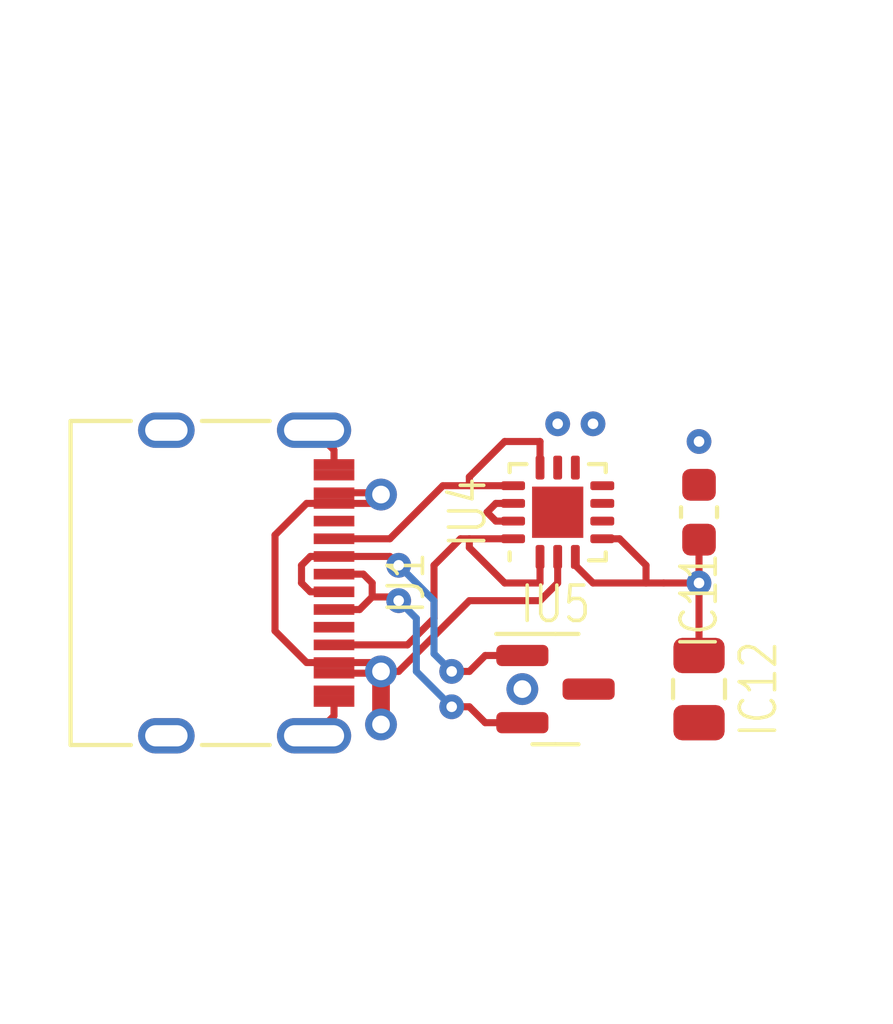
<source format=kicad_pcb>
(kicad_pcb (version 20221018) (generator pcbnew)
  (layers (0 "F.Cu" signal "Front") (31 "B.Cu" signal "Back") (34 "B.Paste" user) (35 "F.Paste" user) (36 "B.SilkS" user "B.Silkscreen") (37 "F.SilkS" user "F.Silkscreen") (38 "B.Mask" user) (39 "F.Mask" user) (44 "Edge.Cuts" user))
  (net 0 "")
  (net 1 "Ivusb")
  (net 2 "Ignd")
  (net 3 "Iv3v3")
  (net 4 "Ii2c_pull.i2c.scl")
  (net 5 "Ii2c_pull.i2c.sda")
  (net 6 "Ipd.int")
  (net 7 "Iusb_chain_0.d_N")
  (net 8 "Iusb_chain_0.d_P")
  (net 9 "Iusb.B5")
  (net 10 "Iusb.A5")
  (net 11 "Ipd.ic.vconn")
  (footprint "Capacitor_SMD:C_0603_1608Metric" (layer "F.Cu") (at 144 68 90)
    (fp_text reference "IC11" (at -2.5 0 90) (layer "F.SilkS") (effects (font (size 1 0.8) (thickness 0.1))))
    (fp_text value "")
    (fp_line (start -0.14058 -0.51) (end 0.14058 -0.51) (stroke (width 0.12)) (layer "F.SilkS"))
    (fp_line (start -0.14058 0.51) (end 0.14058 0.51) (stroke (width 0.12)) (layer "F.SilkS"))
    (pad "1" smd roundrect (at -0.775 0 90) (size 0.9 0.95) (layers "F.Cu" "F.Paste" "F.Mask") (net 3 "Iv3v3"))
    (pad "2" smd roundrect (at 0.775 0 90) (size 0.9 0.95) (layers "F.Cu" "F.Paste" "F.Mask") (net 2 "Ignd"))
  )
  (footprint "Package_TO_SOT_SMD:SOT-23" (layer "F.Cu") (at 139.9375 73)
    (fp_text reference "IU5" (at 0 -2.4) (layer "F.SilkS") (effects (font (size 1 0.8) (thickness 0.1))))
    (fp_text value "PESD5V0X1BT (Nexperia)")
    (fp_line (start 0 -1.56) (end -1.675 -1.56) (stroke (width 0.12)) (layer "F.SilkS"))
    (fp_line (start 0 -1.56) (end 0.65 -1.56) (stroke (width 0.12)) (layer "F.SilkS"))
    (fp_line (start 0 1.56) (end -0.65 1.56) (stroke (width 0.12)) (layer "F.SilkS"))
    (fp_line (start 0 1.56) (end 0.65 1.56) (stroke (width 0.12)) (layer "F.SilkS"))
    (pad "1" smd roundrect (at -0.9375 -0.95) (size 1.475 0.6) (layers "F.Cu" "F.Paste" "F.Mask") (net 7 "Iusb_chain_0.d_N"))
    (pad "2" smd roundrect (at -0.9375 0.95) (size 1.475 0.6) (layers "F.Cu" "F.Paste" "F.Mask") (net 8 "Iusb_chain_0.d_P"))
    (pad "3" smd roundrect (at 0.9375 0) (size 1.475 0.6) (layers "F.Cu" "F.Paste" "F.Mask") (net 2 "Ignd"))
  )
  (footprint "Package_DFN_QFN:WQFN-14-1EP_2.5x2.5mm_P0.5mm_EP1.45x1.45mm" (layer "F.Cu") (at 140 68 90)
    (fp_text reference "IU4" (at 0 -2.55 90) (layer "F.SilkS") (effects (font (size 1 0.8) (thickness 0.1))))
    (fp_text value "FUSB302B11MPX (ON Semiconductor)")
    (fp_line (start -1.36 1.36) (end -1.36 0.885) (stroke (width 0.12)) (layer "F.SilkS"))
    (fp_line (start -1.135 -1.36) (end -1.36 -1.36) (stroke (width 0.12)) (layer "F.SilkS"))
    (fp_line (start -1.135 1.36) (end -1.36 1.36) (stroke (width 0.12)) (layer "F.SilkS"))
    (fp_line (start 1.135 -1.36) (end 1.36 -1.36) (stroke (width 0.12)) (layer "F.SilkS"))
    (fp_line (start 1.135 1.36) (end 1.36 1.36) (stroke (width 0.12)) (layer "F.SilkS"))
    (fp_line (start 1.36 -1.36) (end 1.36 -0.885) (stroke (width 0.12)) (layer "F.SilkS"))
    (fp_line (start 1.36 1.36) (end 1.36 0.885) (stroke (width 0.12)) (layer "F.SilkS"))
    (pad "1" smd roundrect (at -1.2625 -0.5 90) (size 0.675 0.25) (layers "F.Cu" "F.Paste" "F.Mask") (net 9 "Iusb.B5"))
    (pad "2" smd roundrect (at -1.2625 0 90) (size 0.675 0.25) (layers "F.Cu" "F.Paste" "F.Mask") (net 1 "Ivusb"))
    (pad "3" smd roundrect (at -1.2625 0.5 90) (size 0.675 0.25) (layers "F.Cu" "F.Paste" "F.Mask") (net 3 "Iv3v3"))
    (pad "4" smd roundrect (at -0.75 1.2625 90) (size 0.25 0.675) (layers "F.Cu" "F.Paste" "F.Mask") (net 3 "Iv3v3"))
    (pad "5" smd roundrect (at -0.25 1.2625 90) (size 0.25 0.675) (layers "F.Cu" "F.Paste" "F.Mask") (net 6 "Ipd.int"))
    (pad "6" smd roundrect (at 0.25 1.2625 90) (size 0.25 0.675) (layers "F.Cu" "F.Paste" "F.Mask") (net 4 "Ii2c_pull.i2c.scl"))
    (pad "7" smd roundrect (at 0.75 1.2625 90) (size 0.25 0.675) (layers "F.Cu" "F.Paste" "F.Mask") (net 5 "Ii2c_pull.i2c.sda"))
    (pad "8" smd roundrect (at 1.2625 0.5 90) (size 0.675 0.25) (layers "F.Cu" "F.Paste" "F.Mask") (net 2 "Ignd"))
    (pad "9" smd roundrect (at 1.2625 0 90) (size 0.675 0.25) (layers "F.Cu" "F.Paste" "F.Mask") (net 2 "Ignd"))
    (pad "10" smd roundrect (at 1.2625 -0.5 90) (size 0.675 0.25) (layers "F.Cu" "F.Paste" "F.Mask") (net 10 "Iusb.A5"))
    (pad "11" smd roundrect (at 0.75 -1.2625 90) (size 0.25 0.675) (layers "F.Cu" "F.Paste" "F.Mask") (net 10 "Iusb.A5"))
    (pad "12" smd roundrect (at 0.25 -1.2625 90) (size 0.25 0.675) (layers "F.Cu" "F.Paste" "F.Mask") (net 11 "Ipd.ic.vconn"))
    (pad "13" smd roundrect (at -0.25 -1.2625 90) (size 0.25 0.675) (layers "F.Cu" "F.Paste" "F.Mask") (net 11 "Ipd.ic.vconn"))
    (pad "14" smd roundrect (at -0.75 -1.2625 90) (size 0.25 0.675) (layers "F.Cu" "F.Paste" "F.Mask") (net 9 "Iusb.B5"))
    (pad "15" smd rect (at 0 0 90) (size 1.45 1.45) (layers "F.Cu" "F.Mask") (net 2 "Ignd"))
  )
  (footprint "Capacitor_SMD:C_0805_2012Metric" (layer "F.Cu") (at 144 73 -90)
    (fp_text reference "IC12" (at 0 -1.68 90) (layer "F.SilkS") (effects (font (size 1 0.8) (thickness 0.1))))
    (fp_text value "")
    (fp_line (start -0.261252 -0.735) (end 0.261252 -0.735) (stroke (width 0.12)) (layer "F.SilkS"))
    (fp_line (start -0.261252 0.735) (end 0.261252 0.735) (stroke (width 0.12)) (layer "F.SilkS"))
    (pad "1" smd roundrect (at -0.95 0 270) (size 1 1.45) (layers "F.Cu" "F.Paste" "F.Mask") (net 3 "Iv3v3"))
    (pad "2" smd roundrect (at 0.95 0 270) (size 1 1.45) (layers "F.Cu" "F.Paste" "F.Mask") (net 2 "Ignd"))
  )
  (footprint "Connector_USB:USB_C_Receptacle_XKB_U262-16XN-4BVC11" (layer "F.Cu") (at 130 70 -90)
    (fp_text reference "IJ1" (at 0 -5.715 90) (layer "F.SilkS") (effects (font (size 1 0.8) (thickness 0.1))))
    (fp_text value "COM-15111 (Sparkfun)")
    (fp_line (start -4.58 -1.85) (end -4.58 0.07) (stroke (width 0.12)) (layer "F.SilkS"))
    (fp_line (start -4.58 3.785) (end -4.58 2.08) (stroke (width 0.12)) (layer "F.SilkS"))
    (fp_line (start 4.58 0.07) (end 4.58 -1.85) (stroke (width 0.12)) (layer "F.SilkS"))
    (fp_line (start 4.58 2.08) (end 4.58 3.785) (stroke (width 0.12)) (layer "F.SilkS"))
    (fp_line (start 4.58 3.785) (end -4.58 3.785) (stroke (width 0.12)) (layer "F.SilkS"))
    (pad "" np_thru_hole circle (at -2.89 -2.605 270) (size 0.65 0.65) (drill 0.65) (layers "*.Cu" "*.Mask"))
    (pad "" np_thru_hole circle (at 2.89 -2.605 270) (size 0.65 0.65) (drill 0.65) (layers "*.Cu" "*.Mask"))
    (pad "A1" smd rect (at -3.35 -3.67 270) (size 0.3 1.15) (layers "F.Cu" "F.Paste" "F.Mask") (net 2 "Ignd"))
    (pad "A4" smd rect (at -2.55 -3.67 270) (size 0.3 1.15) (layers "F.Cu" "F.Paste" "F.Mask") (net 1 "Ivusb"))
    (pad "A5" smd rect (at -1.25 -3.67 270) (size 0.3 1.15) (layers "F.Cu" "F.Paste" "F.Mask") (net 10 "Iusb.A5"))
    (pad "A6" smd rect (at -0.25 -3.67 270) (size 0.3 1.15) (layers "F.Cu" "F.Paste" "F.Mask") (net 8 "Iusb_chain_0.d_P"))
    (pad "A7" smd rect (at 0.25 -3.67 270) (size 0.3 1.15) (layers "F.Cu" "F.Paste" "F.Mask") (net 7 "Iusb_chain_0.d_N"))
    (pad "A8" smd rect (at 1.25 -3.67 270) (size 0.3 1.15) (layers "F.Cu" "F.Paste" "F.Mask"))
    (pad "A9" smd rect (at 2.55 -3.67 270) (size 0.3 1.15) (layers "F.Cu" "F.Paste" "F.Mask") (net 1 "Ivusb"))
    (pad "A12" smd rect (at 3.35 -3.67 270) (size 0.3 1.15) (layers "F.Cu" "F.Paste" "F.Mask") (net 2 "Ignd"))
    (pad "B1" smd rect (at 3.05 -3.67 270) (size 0.3 1.15) (layers "F.Cu" "F.Paste" "F.Mask") (net 2 "Ignd"))
    (pad "B4" smd rect (at 2.25 -3.67 270) (size 0.3 1.15) (layers "F.Cu" "F.Paste" "F.Mask") (net 1 "Ivusb"))
    (pad "B5" smd rect (at 1.75 -3.67 270) (size 0.3 1.15) (layers "F.Cu" "F.Paste" "F.Mask") (net 9 "Iusb.B5"))
    (pad "B6" smd rect (at 0.75 -3.67 270) (size 0.3 1.15) (layers "F.Cu" "F.Paste" "F.Mask") (net 8 "Iusb_chain_0.d_P"))
    (pad "B7" smd rect (at -0.75 -3.67 270) (size 0.3 1.15) (layers "F.Cu" "F.Paste" "F.Mask") (net 7 "Iusb_chain_0.d_N"))
    (pad "B8" smd rect (at -1.75 -3.67 270) (size 0.3 1.15) (layers "F.Cu" "F.Paste" "F.Mask"))
    (pad "B9" smd rect (at -2.25 -3.67 270) (size 0.3 1.15) (layers "F.Cu" "F.Paste" "F.Mask") (net 1 "Ivusb"))
    (pad "B12" smd rect (at -3.05 -3.67 270) (size 0.3 1.15) (layers "F.Cu" "F.Paste" "F.Mask") (net 2 "Ignd"))
    (pad "S1" thru_hole oval (at -4.32 -3.105 270) (size 1 2.1) (drill oval 0.6 1.7) (layers "*.Cu" "*.Mask") (net 2 "Ignd"))
    (pad "S1" thru_hole oval (at -4.32 1.075 270) (size 1 1.6) (drill oval 0.6 1.2) (layers "*.Cu" "*.Mask") (net 2 "Ignd"))
    (pad "S1" thru_hole oval (at 4.32 -3.105 270) (size 1 2.1) (drill oval 0.6 1.7) (layers "*.Cu" "*.Mask") (net 2 "Ignd"))
    (pad "S1" thru_hole oval (at 4.32 1.075 270) (size 1 1.6) (drill oval 0.6 1.2) (layers "*.Cu" "*.Mask") (net 2 "Ignd"))
  )
  (segment (start 132.895 72.25) (end 132 71.355) (width 0.2) (layer "F.Cu") (net 1))
  (segment (start 140 69.2625) (end 140 70) (width 0.2) (layer "F.Cu") (net 1))
  (segment (start 134.75 72.25) (end 135 72.5) (width 0.2) (layer "F.Cu") (net 1))
  (segment (start 137.5 70.5) (end 135.5 72.5) (width 0.2) (layer "F.Cu") (net 1))
  (segment (start 135 72.5) (end 135 74) (width 0.5) (layer "F.Cu") (net 1))
  (segment (start 134.75 67.75) (end 135 67.5) (width 0.2) (layer "F.Cu") (net 1))
  (segment (start 134.95 67.45) (end 135 67.5) (width 0.2) (layer "F.Cu") (net 1))
  (segment (start 133.67 72.55) (end 134.95 72.55) (width 0.2) (layer "F.Cu") (net 1))
  (segment (start 133.67 67.45) (end 134.95 67.45) (width 0.2) (layer "F.Cu") (net 1))
  (segment (start 132 71.355) (end 132 68.645) (width 0.2) (layer "F.Cu") (net 1))
  (segment (start 134.95 72.55) (end 135 72.5) (width 0.2) (layer "F.Cu") (net 1))
  (segment (start 139.5 70.5) (end 140 70) (width 0.2) (layer "F.Cu") (net 1))
  (segment (start 139.5 70.5) (end 137.5 70.5) (width 0.2) (layer "F.Cu") (net 1))
  (segment (start 132.895 67.75) (end 133.67 67.75) (width 0.2) (layer "F.Cu") (net 1))
  (segment (start 133.67 67.75) (end 134.75 67.75) (width 0.2) (layer "F.Cu") (net 1))
  (segment (start 133.67 72.25) (end 132.895 72.25) (width 0.2) (layer "F.Cu") (net 1))
  (segment (start 132 68.645) (end 132.895 67.75) (width 0.2) (layer "F.Cu") (net 1))
  (segment (start 135.5 72.5) (end 135 72.5) (width 0.2) (layer "F.Cu") (net 1))
  (segment (start 133.67 72.25) (end 134.75 72.25) (width 0.2) (layer "F.Cu") (net 1))
  (via (at 135 74) (size 0.9) (drill 0.5) (layers "F.Cu" "B.Cu") (net 1))
  (via (at 135 67.5) (size 0.9) (drill 0.5) (layers "F.Cu" "B.Cu") (net 1))
  (via (at 135 72.5) (size 0.9) (drill 0.5) (layers "F.Cu" "B.Cu") (net 1))
  (segment (start 133.67 73.755) (end 133.67 73.35) (width 0.2) (layer "F.Cu") (net 2))
  (segment (start 133.67 66.245) (end 133.105 65.68) (width 0.2) (layer "F.Cu") (net 2))
  (segment (start 133.105 74.32) (end 133.67 73.755) (width 0.2) (layer "F.Cu") (net 2))
  (segment (start 133.67 66.65) (end 133.67 66.245) (width 0.2) (layer "F.Cu") (net 2))
  (via (at 140 65.5) (size 0.7) (drill 0.3) (layers "F.Cu" "B.Cu") (net 2))
  (via (at 141 65.5) (size 0.7) (drill 0.3) (layers "F.Cu" "B.Cu") (net 2))
  (via (at 144 66) (size 0.7) (drill 0.3) (layers "F.Cu" "B.Cu") (net 2))
  (via (at 139 73) (size 0.9) (drill 0.5) (layers "F.Cu" "B.Cu") (net 2))
  (segment (start 142.5 70) (end 143 70) (width 0.2) (layer "F.Cu") (net 3))
  (segment (start 144 72.05) (end 144 70) (width 0.2) (layer "F.Cu") (net 3))
  (segment (start 144 70) (end 143 70) (width 0.2) (layer "F.Cu") (net 3))
  (segment (start 142.5 69.5) (end 141.75 68.75) (width 0.2) (layer "F.Cu") (net 3))
  (segment (start 142.5 69.5) (end 142.5 70) (width 0.2) (layer "F.Cu") (net 3))
  (segment (start 140.5 69.5) (end 141 70) (width 0.2) (layer "F.Cu") (net 3))
  (segment (start 141.75 68.75) (end 141.2625 68.75) (width 0.2) (layer "F.Cu") (net 3))
  (segment (start 144 70) (end 144 68.775) (width 0.2) (layer "F.Cu") (net 3))
  (segment (start 141 70) (end 142.5 70) (width 0.2) (layer "F.Cu") (net 3))
  (via (at 144 70) (size 0.7) (drill 0.3) (layers "F.Cu" "B.Cu") (net 3))
  (segment (start 137.5 72.5) (end 137.95 72.05) (width 0.2) (layer "F.Cu") (net 7))
  (segment (start 133.67 69.25) (end 135.25 69.25) (width 0.2) (layer "F.Cu") (net 7))
  (segment (start 133.67 69.25) (end 133 69.25) (width 0.2) (layer "F.Cu") (net 7))
  (segment (start 133 70.25) (end 133.67 70.25) (width 0.2) (layer "F.Cu") (net 7))
  (segment (start 132.75 69.5) (end 132.75 70) (width 0.2) (layer "F.Cu") (net 7))
  (segment (start 132.75 70) (end 133 70.25) (width 0.2) (layer "F.Cu") (net 7))
  (segment (start 133 69.25) (end 132.75 69.5) (width 0.2) (layer "F.Cu") (net 7))
  (segment (start 135.25 69.25) (end 135.5 69.5) (width 0.2) (layer "F.Cu") (net 7))
  (segment (start 137 72.5) (end 137.5 72.5) (width 0.2) (layer "F.Cu") (net 7))
  (segment (start 137.95 72.05) (end 139 72.05) (width 0.2) (layer "F.Cu") (net 7))
  (via (at 135.5 69.5) (size 0.7) (drill 0.3) (layers "F.Cu" "B.Cu") (net 7))
  (via (at 137 72.5) (size 0.7) (drill 0.3) (layers "F.Cu" "B.Cu") (net 7))
  (segment (start 136.5 70.5) (end 135.5 69.5) (width 0.2) (layer "B.Cu") (net 7))
  (segment (start 136.5 72) (end 137 72.5) (width 0.2) (layer "B.Cu") (net 7))
  (segment (start 136.5 70.5) (end 136.5 72) (width 0.2) (layer "B.Cu") (net 7))
  (segment (start 135.395 70.395) (end 135.5 70.5) (width 0.2) (layer "F.Cu") (net 8))
  (segment (start 137 73.5) (end 137.5 73.5) (width 0.2) (layer "F.Cu") (net 8))
  (segment (start 137.95 73.95) (end 139 73.95) (width 0.2) (layer "F.Cu") (net 8))
  (segment (start 133.67 70.75) (end 134.395 70.75) (width 0.2) (layer "F.Cu") (net 8))
  (segment (start 134.75 70.395) (end 135.395 70.395) (width 0.2) (layer "F.Cu") (net 8))
  (segment (start 134.75 70) (end 134.5 69.75) (width 0.2) (layer "F.Cu") (net 8))
  (segment (start 134.75 70.395) (end 134.75 70) (width 0.2) (layer "F.Cu") (net 8))
  (segment (start 134.395 70.75) (end 134.75 70.395) (width 0.2) (layer "F.Cu") (net 8))
  (segment (start 137.5 73.5) (end 137.95 73.95) (width 0.2) (layer "F.Cu") (net 8))
  (segment (start 134.5 69.75) (end 133.67 69.75) (width 0.2) (layer "F.Cu") (net 8))
  (via (at 137 73.5) (size 0.7) (drill 0.3) (layers "F.Cu" "B.Cu") (net 8))
  (via (at 135.5 70.5) (size 0.7) (drill 0.3) (layers "F.Cu" "B.Cu") (net 8))
  (segment (start 136 72.5) (end 136 71) (width 0.2) (layer "B.Cu") (net 8))
  (segment (start 137 73.5) (end 136 72.5) (width 0.2) (layer "B.Cu") (net 8))
  (segment (start 136 71) (end 135.5 70.5) (width 0.2) (layer "B.Cu") (net 8))
  (segment (start 138.5 70) (end 137.5 69) (width 0.2) (layer "F.Cu") (net 9))
  (segment (start 139.5 70) (end 138.5 70) (width 0.2) (layer "F.Cu") (net 9))
  (segment (start 137.5 68.75) (end 138.7375 68.75) (width 0.2) (layer "F.Cu") (net 9))
  (segment (start 139.5 69.2625) (end 139.5 70) (width 0.2) (layer "F.Cu") (net 9))
  (segment (start 136.5 69.5) (end 137.25 68.75) (width 0.2) (layer "F.Cu") (net 9))
  (segment (start 137.5 69) (end 137.5 68.75) (width 0.2) (layer "F.Cu") (net 9))
  (segment (start 136.5 71) (end 136.5 69.5) (width 0.2) (layer "F.Cu") (net 9))
  (segment (start 133.67 71.75) (end 135.75 71.75) (width 0.2) (layer "F.Cu") (net 9))
  (segment (start 137.25 68.75) (end 137.5 68.75) (width 0.2) (layer "F.Cu") (net 9))
  (segment (start 135.75 71.75) (end 136.5 71) (width 0.2) (layer "F.Cu") (net 9))
  (segment (start 139.5 66) (end 138.5 66) (width 0.2) (layer "F.Cu") (net 10))
  (segment (start 133.67 68.75) (end 135.25 68.75) (width 0.2) (layer "F.Cu") (net 10))
  (segment (start 138.5 66) (end 137.5 67) (width 0.2) (layer "F.Cu") (net 10))
  (segment (start 135.25 68.75) (end 136.75 67.25) (width 0.2) (layer "F.Cu") (net 10))
  (segment (start 137.5 67.25) (end 138.7375 67.25) (width 0.2) (layer "F.Cu") (net 10))
  (segment (start 136.75 67.25) (end 137.5 67.25) (width 0.2) (layer "F.Cu") (net 10))
  (segment (start 139.5 66.7375) (end 139.5 66) (width 0.2) (layer "F.Cu") (net 10))
  (segment (start 137.5 67) (end 137.5 67.25) (width 0.2) (layer "F.Cu") (net 10))
  (segment (start 138.25 68.25) (end 138 68) (width 0.2) (layer "F.Cu") (net 11))
  (segment (start 138.7375 68.25) (end 138.25 68.25) (width 0.2) (layer "F.Cu") (net 11))
  (segment (start 138.25 67.75) (end 138 68) (width 0.2) (layer "F.Cu") (net 11))
  (segment (start 138.7375 67.75) (end 138.25 67.75) (width 0.2) (layer "F.Cu") (net 11))
)
</source>
